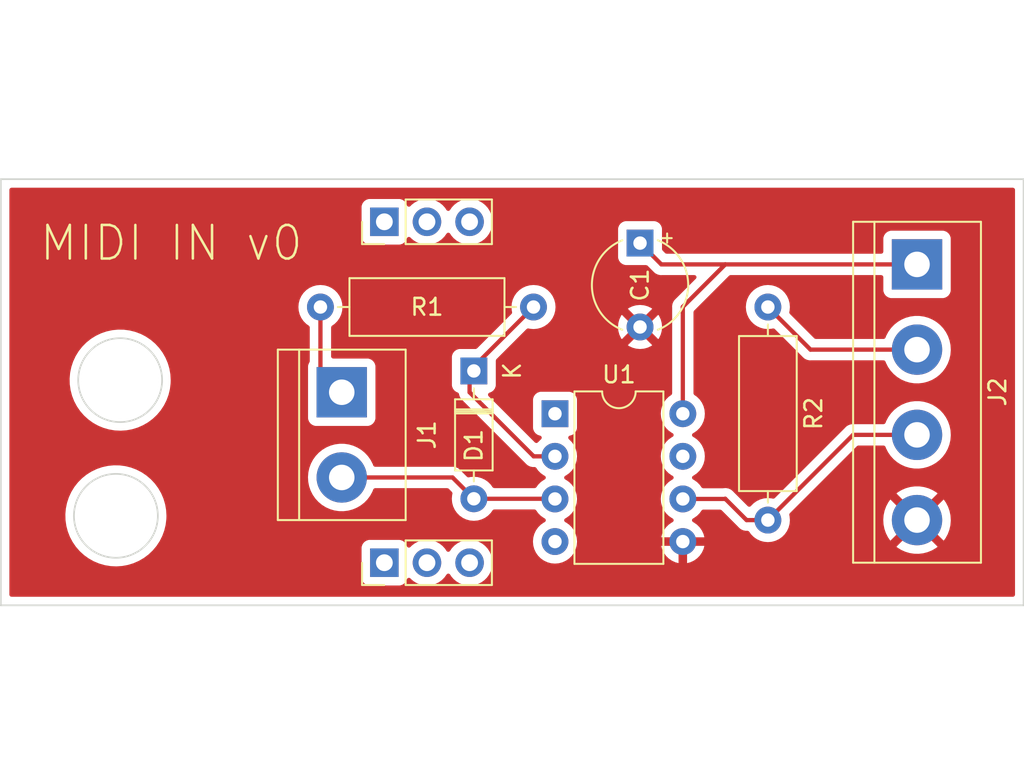
<source format=kicad_pcb>
(kicad_pcb (version 20211014) (generator pcbnew)
  (title_block (title "MIDI Breakout") (date "2022-05-25") (rev "v0") (company "JOYLABO.STUDIO") (comment 1 "Pool Piano @ Echigo Tsumari"))
  (layers (0 "F.Cu" signal) (31 "B.Cu" signal) (36 "B.SilkS" user "B.Silkscreen") (37 "F.SilkS" user "F.Silkscreen") (38 "B.Mask" user) (39 "F.Mask" user) (44 "Edge.Cuts" user))
  (net 0 "")
  (net 1 "VCC")
  (net 2 "GND")
  (net 3 "Net-(D1-Pad1)")
  (net 4 "Net-(D1-Pad2)")
  (net 5 "Net-(J1-Pad1)")
  (net 6 "+3V3")
  (net 7 "Net-(J2-Pad3)")
  (footprint "Connector_PinHeader_2.54mm:PinHeader_1x03_P2.54mm_Vertical" (layer "F.Cu") (at 175.26 83.82 90)
    (fp_text reference "REF**" hide)
    (fp_text value "PinHeader_1x03_P2.54mm_Vertical")
    (fp_line (start -1.33 0) (end -1.33 -1.33) (layer "F.SilkS") (width 0.12))
    (fp_line (start -1.33 1.27) (end 1.33 1.27) (layer "F.SilkS") (width 0.12))
    (fp_line (start -1.33 -1.33) (end 0 -1.33) (layer "F.SilkS") (width 0.12))
    (fp_line (start -1.33 6.41) (end 1.33 6.41) (layer "F.SilkS") (width 0.12))
    (fp_line (start -1.33 1.27) (end -1.33 6.41) (layer "F.SilkS") (width 0.12))
    (fp_line (start 1.33 1.27) (end 1.33 6.41) (layer "F.SilkS") (width 0.12))
    (pad "1" thru_hole rect (at 0 0 90) (size 1.7 1.7) (drill 1) (layers *.Cu *.Mask))
    (pad "2" thru_hole oval (at 0 2.54 90) (size 1.7 1.7) (drill 1) (layers *.Cu *.Mask))
    (pad "3" thru_hole oval (at 0 5.08 90) (size 1.7 1.7) (drill 1) (layers *.Cu *.Mask))
  )
  (footprint "Resistor_THT:R_Axial_DIN0309_L9.0mm_D3.2mm_P12.70mm_Horizontal" (layer "F.Cu") (at 184.15 68.58 180)
    (fp_text reference "R1" (at 6.35 0) (layer "F.SilkS"))
    (fp_text value "220")
    (fp_line (start 1.73 1.72) (end 10.97 1.72) (layer "F.SilkS") (width 0.12))
    (fp_line (start 10.97 -1.72) (end 1.73 -1.72) (layer "F.SilkS") (width 0.12))
    (fp_line (start 11.66 0) (end 10.97 0) (layer "F.SilkS") (width 0.12))
    (fp_line (start 1.73 -1.72) (end 1.73 1.72) (layer "F.SilkS") (width 0.12))
    (fp_line (start 1.04 0) (end 1.73 0) (layer "F.SilkS") (width 0.12))
    (fp_line (start 10.97 1.72) (end 10.97 -1.72) (layer "F.SilkS") (width 0.12))
    (pad "1" thru_hole circle (at 0 0 180) (size 1.6 1.6) (drill 0.8) (layers *.Cu *.Mask) (net 3 "Net-(D1-Pad1)"))
    (pad "2" thru_hole oval (at 12.7 0 180) (size 1.6 1.6) (drill 0.8) (layers *.Cu *.Mask) (net 5 "Net-(J1-Pad1)"))
  )
  (footprint "Diode_THT:D_DO-35_SOD27_P7.62mm_Horizontal" (layer "F.Cu") (at 180.594 72.39 -90)
    (fp_text reference "D1" (at 4.445 0 90) (layer "F.SilkS"))
    (fp_text value "1N4148")
    (fp_text user "K" (at 0 -2.286 90) (layer "F.SilkS"))
    (fp_line (start 6.58 0) (end 5.93 0) (layer "F.SilkS") (width 0.12))
    (fp_line (start 5.93 1.12) (end 5.93 -1.12) (layer "F.SilkS") (width 0.12))
    (fp_line (start 1.69 -1.12) (end 1.69 1.12) (layer "F.SilkS") (width 0.12))
    (fp_line (start 2.41 -1.12) (end 2.41 1.12) (layer "F.SilkS") (width 0.12))
    (fp_line (start 5.93 -1.12) (end 1.69 -1.12) (layer "F.SilkS") (width 0.12))
    (fp_line (start 2.29 -1.12) (end 2.29 1.12) (layer "F.SilkS") (width 0.12))
    (fp_line (start 1.69 1.12) (end 5.93 1.12) (layer "F.SilkS") (width 0.12))
    (fp_line (start 1.04 0) (end 1.69 0) (layer "F.SilkS") (width 0.12))
    (fp_line (start 2.53 -1.12) (end 2.53 1.12) (layer "F.SilkS") (width 0.12))
    (pad "1" thru_hole rect (at 0 0 270) (size 1.6 1.6) (drill 0.8) (layers *.Cu *.Mask) (net 3 "Net-(D1-Pad1)"))
    (pad "2" thru_hole oval (at 7.62 0 270) (size 1.6 1.6) (drill 0.8) (layers *.Cu *.Mask) (net 4 "Net-(D1-Pad2)"))
  )
  (footprint "TerminalBlock:TerminalBlock_bornier-4_P5.08mm" (layer "F.Cu") (at 207.01 66.04 -90)
    (fp_text reference "J2" (at 7.6 -4.8 90) (layer "F.SilkS"))
    (fp_text value "Screw_Terminal_01x04")
    (fp_line (start -2.54 3.81) (end 17.78 3.81) (layer "F.SilkS") (width 0.12))
    (fp_line (start 17.78 2.54) (end -2.54 2.54) (layer "F.SilkS") (width 0.12))
    (fp_line (start -2.54 -3.81) (end -2.54 3.81) (layer "F.SilkS") (width 0.12))
    (fp_line (start -2.54 -3.81) (end 17.78 -3.81) (layer "F.SilkS") (width 0.12))
    (fp_line (start 17.78 3.81) (end 17.78 -3.81) (layer "F.SilkS") (width 0.12))
    (pad "1" thru_hole rect (at 0 0 270) (size 3 3) (drill 1.52) (layers *.Cu *.Mask) (net 1 "VCC"))
    (pad "2" thru_hole circle (at 5.08 0 270) (size 3 3) (drill 1.52) (layers *.Cu *.Mask) (net 6 "+3V3"))
    (pad "3" thru_hole circle (at 10.16 0 270) (size 3 3) (drill 1.52) (layers *.Cu *.Mask) (net 7 "Net-(J2-Pad3)"))
    (pad "4" thru_hole circle (at 15.24 0 270) (size 3 3) (drill 1.52) (layers *.Cu *.Mask) (net 2 "GND"))
  )
  (footprint "Capacitor_THT:CP_Radial_Tantal_D5.5mm_P5.00mm" (layer "F.Cu") (at 190.5 64.77 -90)
    (fp_text reference "C1" (at 2.5 0 90) (layer "F.SilkS"))
    (fp_text value "0.1uF")
    (fp_line (start -0.297262 -1.89) (end -0.297262 -1.34) (layer "F.SilkS") (width 0.12))
    (fp_line (start -0.572262 -1.615) (end -0.022262 -1.615) (layer "F.SilkS") (width 0.12))
    (fp_arc (start -0.167077 -1.06) (mid 2.5 -2.87) (end 5.167077 -1.06) (layer "F.SilkS") (width 0.12))
    (fp_arc (start 5.167077 1.06) (mid 2.5 2.87) (end -0.167077 1.06) (layer "F.SilkS") (width 0.12))
    (pad "1" thru_hole rect (at 0 0 270) (size 1.6 1.6) (drill 0.8) (layers *.Cu *.Mask) (net 1 "VCC"))
    (pad "2" thru_hole circle (at 5 0 270) (size 1.6 1.6) (drill 0.8) (layers *.Cu *.Mask) (net 2 "GND"))
  )
  (footprint "TerminalBlock:TerminalBlock_bornier-2_P5.08mm" (layer "F.Cu") (at 172.72 73.66 -90)
    (fp_text reference "J1" (at 2.54 -5.08 90) (layer "F.SilkS"))
    (fp_text value "Screw_Terminal_01x02")
    (fp_line (start -2.54 3.81) (end 7.62 3.81) (layer "F.SilkS") (width 0.12))
    (fp_line (start -2.54 -3.81) (end -2.54 3.81) (layer "F.SilkS") (width 0.12))
    (fp_line (start 7.62 -3.81) (end -2.54 -3.81) (layer "F.SilkS") (width 0.12))
    (fp_line (start 7.62 3.81) (end 7.62 -3.81) (layer "F.SilkS") (width 0.12))
    (fp_line (start 7.62 2.54) (end -2.54 2.54) (layer "F.SilkS") (width 0.12))
    (pad "1" thru_hole rect (at 0 0 270) (size 3 3) (drill 1.52) (layers *.Cu *.Mask) (net 5 "Net-(J1-Pad1)"))
    (pad "2" thru_hole circle (at 5.08 0 270) (size 3 3) (drill 1.52) (layers *.Cu *.Mask) (net 4 "Net-(D1-Pad2)"))
  )
  (footprint "Resistor_THT:R_Axial_DIN0309_L9.0mm_D3.2mm_P12.70mm_Horizontal" (layer "F.Cu") (at 198.12 68.58 -90)
    (fp_text reference "R2" (at 6.35 -2.72 90) (layer "F.SilkS"))
    (fp_text value "470")
    (fp_line (start 1.73 1.72) (end 10.97 1.72) (layer "F.SilkS") (width 0.12))
    (fp_line (start 10.97 1.72) (end 10.97 -1.72) (layer "F.SilkS") (width 0.12))
    (fp_line (start 1.04 0) (end 1.73 0) (layer "F.SilkS") (width 0.12))
    (fp_line (start 11.66 0) (end 10.97 0) (layer "F.SilkS") (width 0.12))
    (fp_line (start 1.73 -1.72) (end 1.73 1.72) (layer "F.SilkS") (width 0.12))
    (fp_line (start 10.97 -1.72) (end 1.73 -1.72) (layer "F.SilkS") (width 0.12))
    (pad "1" thru_hole circle (at 0 0 270) (size 1.6 1.6) (drill 0.8) (layers *.Cu *.Mask) (net 6 "+3V3"))
    (pad "2" thru_hole oval (at 12.7 0 270) (size 1.6 1.6) (drill 0.8) (layers *.Cu *.Mask) (net 7 "Net-(J2-Pad3)"))
  )
  (footprint "Connector_PinHeader_2.54mm:PinHeader_1x03_P2.54mm_Vertical" (layer "F.Cu") (at 175.26 63.5 90)
    (fp_text reference "REF**" hide)
    (fp_text value "PinHeader_1x03_P2.54mm_Vertical")
    (fp_line (start -1.33 6.41) (end 1.33 6.41) (layer "F.SilkS") (width 0.12))
    (fp_line (start -1.33 1.27) (end 1.33 1.27) (layer "F.SilkS") (width 0.12))
    (fp_line (start -1.33 -1.33) (end 0 -1.33) (layer "F.SilkS") (width 0.12))
    (fp_line (start -1.33 1.27) (end -1.33 6.41) (layer "F.SilkS") (width 0.12))
    (fp_line (start -1.33 0) (end -1.33 -1.33) (layer "F.SilkS") (width 0.12))
    (fp_line (start 1.33 1.27) (end 1.33 6.41) (layer "F.SilkS") (width 0.12))
    (pad "1" thru_hole rect (at 0 0 90) (size 1.7 1.7) (drill 1) (layers *.Cu *.Mask))
    (pad "2" thru_hole oval (at 0 2.54 90) (size 1.7 1.7) (drill 1) (layers *.Cu *.Mask))
    (pad "3" thru_hole oval (at 0 5.08 90) (size 1.7 1.7) (drill 1) (layers *.Cu *.Mask))
  )
  (footprint "Package_DIP:DIP-8_W7.62mm" (layer "F.Cu") (at 185.43 74.94)
    (fp_text reference "U1" (at 3.81 -2.33) (layer "F.SilkS"))
    (fp_text value "6N138")
    (fp_line (start 6.46 8.95) (end 6.46 -1.33) (layer "F.SilkS") (width 0.12))
    (fp_line (start 1.16 -1.33) (end 1.16 8.95) (layer "F.SilkS") (width 0.12))
    (fp_line (start 6.46 -1.33) (end 4.81 -1.33) (layer "F.SilkS") (width 0.12))
    (fp_line (start 1.16 8.95) (end 6.46 8.95) (layer "F.SilkS") (width 0.12))
    (fp_line (start 2.81 -1.33) (end 1.16 -1.33) (layer "F.SilkS") (width 0.12))
    (fp_arc (start 4.81 -1.33) (mid 3.81 -0.33) (end 2.81 -1.33) (layer "F.SilkS") (width 0.12))
    (pad "1" thru_hole rect (at 0 0) (size 1.6 1.6) (drill 0.8) (layers *.Cu *.Mask))
    (pad "2" thru_hole oval (at 0 2.54) (size 1.6 1.6) (drill 0.8) (layers *.Cu *.Mask) (net 3 "Net-(D1-Pad1)"))
    (pad "3" thru_hole oval (at 0 5.08) (size 1.6 1.6) (drill 0.8) (layers *.Cu *.Mask) (net 4 "Net-(D1-Pad2)"))
    (pad "4" thru_hole oval (at 0 7.62) (size 1.6 1.6) (drill 0.8) (layers *.Cu *.Mask))
    (pad "5" thru_hole oval (at 7.62 7.62) (size 1.6 1.6) (drill 0.8) (layers *.Cu *.Mask) (net 2 "GND"))
    (pad "6" thru_hole oval (at 7.62 5.08) (size 1.6 1.6) (drill 0.8) (layers *.Cu *.Mask) (net 7 "Net-(J2-Pad3)"))
    (pad "7" thru_hole oval (at 7.62 2.54) (size 1.6 1.6) (drill 0.8) (layers *.Cu *.Mask))
    (pad "8" thru_hole oval (at 7.62 0) (size 1.6 1.6) (drill 0.8) (layers *.Cu *.Mask) (net 1 "VCC"))
  )
  (gr_circle (center 159.512 72.938) (end 162.012 72.938) (layer "Edge.Cuts") (width 0.1) (fill none))
  (gr_line (start 213.36 60.96) (end 213.36 86.36) (layer "Edge.Cuts") (width 0.1))
  (gr_line (start 152.4 60.96) (end 213.36 60.96) (layer "Edge.Cuts") (width 0.1))
  (gr_line (start 213.36 86.36) (end 152.4 86.36) (layer "Edge.Cuts") (width 0.1))
  (gr_line (start 152.4 86.36) (end 152.4 60.96) (layer "Edge.Cuts") (width 0.1))
  (gr_circle (center 159.258 81.026) (end 161.758 81.026) (layer "Edge.Cuts") (width 0.1) (fill none))
  (gr_text "MIDI IN v0" (at 162.56 64.77) (layer "F.SilkS") (effects (font (size 2 2))))
  (segment (start 191.77 66.04) (end 190.5 64.77) (width 0.254) (layer "F.Cu") (net 1))
  (segment (start 207.01 66.04) (end 195.58 66.04) (width 0.254) (layer "F.Cu") (net 1))
  (segment (start 195.58 66.04) (end 191.77 66.04) (width 0.254) (layer "F.Cu") (net 1))
  (segment (start 195.58 66.04) (end 193.05 68.57) (width 0.254) (layer "F.Cu") (net 1))
  (segment (start 193.05 68.57) (end 193.05 74.94) (width 0.254) (layer "F.Cu") (net 1))
  (segment (start 195.58 83.82) (end 204.47 83.82) (width 0.254) (layer "F.Cu") (net 2))
  (segment (start 193.05 82.56) (end 194.32 82.56) (width 0.254) (layer "F.Cu") (net 2))
  (segment (start 204.47 83.82) (end 207.01 81.28) (width 0.254) (layer "F.Cu") (net 2))
  (segment (start 194.32 82.56) (end 195.58 83.82) (width 0.254) (layer "F.Cu") (net 2))
  (segment (start 180.34 73.66) (end 180.34 72.644) (width 0.254) (layer "F.Cu") (net 3))
  (segment (start 180.594 72.39) (end 180.594 72.136) (width 0.254) (layer "F.Cu") (net 3))
  (segment (start 180.594 72.136) (end 184.15 68.58) (width 0.254) (layer "F.Cu") (net 3))
  (segment (start 180.34 72.644) (end 180.594 72.39) (width 0.254) (layer "F.Cu") (net 3))
  (segment (start 185.43 77.48) (end 184.16 77.48) (width 0.254) (layer "F.Cu") (net 3))
  (segment (start 184.16 77.48) (end 180.34 73.66) (width 0.254) (layer "F.Cu") (net 3))
  (segment (start 185.42 80.01) (end 185.43 80.02) (width 0.254) (layer "F.Cu") (net 4))
  (segment (start 172.72 78.74) (end 179.324 78.74) (width 0.254) (layer "F.Cu") (net 4))
  (segment (start 180.594 80.01) (end 185.42 80.01) (width 0.254) (layer "F.Cu") (net 4))
  (segment (start 179.324 78.74) (end 180.594 80.01) (width 0.254) (layer "F.Cu") (net 4))
  (segment (start 171.45 72.39) (end 172.72 73.66) (width 0.254) (layer "F.Cu") (net 5))
  (segment (start 171.45 68.58) (end 171.45 72.39) (width 0.254) (layer "F.Cu") (net 5))
  (segment (start 200.66 71.12) (end 198.12 68.58) (width 0.254) (layer "F.Cu") (net 6))
  (segment (start 207.01 71.12) (end 200.66 71.12) (width 0.254) (layer "F.Cu") (net 6))
  (segment (start 195.58 80.01) (end 195.57 80.02) (width 0.254) (layer "F.Cu") (net 7))
  (segment (start 207.01 76.2) (end 203.2 76.2) (width 0.254) (layer "F.Cu") (net 7))
  (segment (start 203.2 76.2) (end 198.12 81.28) (width 0.254) (layer "F.Cu") (net 7))
  (segment (start 196.85 81.28) (end 195.58 80.01) (width 0.254) (layer "F.Cu") (net 7))
  (segment (start 195.57 80.02) (end 193.05 80.02) (width 0.254) (layer "F.Cu") (net 7))
  (segment (start 198.12 81.28) (end 196.85 81.28) (width 0.254) (layer "F.Cu") (net 7))
  (zone (net 2) (net_name "GND") (layer "F.Cu") (connect_pads (clearance 0.508)) (min_thickness 0.254) (fill yes (thermal_gap 0.508) (thermal_bridge_width 0.508))
    (polygon (pts (xy 213.36 86.36) (xy 152.4 86.36) (xy 152.4 60.96) (xy 213.36 60.96)))
  )
)
</source>
